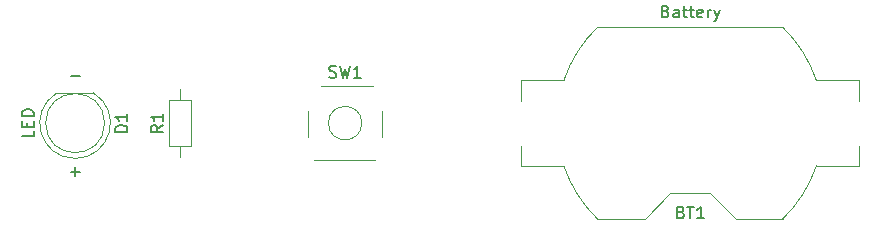
<source format=gto>
%TF.GenerationSoftware,KiCad,Pcbnew,(6.0.7)*%
%TF.CreationDate,2022-09-23T14:32:50+02:00*%
%TF.ProjectId,LED torch,4c454420-746f-4726-9368-2e6b69636164,0.1*%
%TF.SameCoordinates,Original*%
%TF.FileFunction,Legend,Top*%
%TF.FilePolarity,Positive*%
%FSLAX46Y46*%
G04 Gerber Fmt 4.6, Leading zero omitted, Abs format (unit mm)*
G04 Created by KiCad (PCBNEW (6.0.7)) date 2022-09-23 14:32:50*
%MOMM*%
%LPD*%
G01*
G04 APERTURE LIST*
%ADD10C,0.150000*%
%ADD11C,0.120000*%
G04 APERTURE END LIST*
D10*
X115189047Y-101925428D02*
X115950952Y-101925428D01*
X115570000Y-102306380D02*
X115570000Y-101544476D01*
X115189047Y-93797428D02*
X115950952Y-93797428D01*
%TO.C,R1*%
X122992380Y-97956666D02*
X122516190Y-98290000D01*
X122992380Y-98528095D02*
X121992380Y-98528095D01*
X121992380Y-98147142D01*
X122040000Y-98051904D01*
X122087619Y-98004285D01*
X122182857Y-97956666D01*
X122325714Y-97956666D01*
X122420952Y-98004285D01*
X122468571Y-98051904D01*
X122516190Y-98147142D01*
X122516190Y-98528095D01*
X122992380Y-97004285D02*
X122992380Y-97575714D01*
X122992380Y-97290000D02*
X121992380Y-97290000D01*
X122135238Y-97385238D01*
X122230476Y-97480476D01*
X122278095Y-97575714D01*
%TO.C,BT1*%
X166854285Y-105338571D02*
X166997142Y-105386190D01*
X167044761Y-105433809D01*
X167092380Y-105529047D01*
X167092380Y-105671904D01*
X167044761Y-105767142D01*
X166997142Y-105814761D01*
X166901904Y-105862380D01*
X166520952Y-105862380D01*
X166520952Y-104862380D01*
X166854285Y-104862380D01*
X166949523Y-104910000D01*
X166997142Y-104957619D01*
X167044761Y-105052857D01*
X167044761Y-105148095D01*
X166997142Y-105243333D01*
X166949523Y-105290952D01*
X166854285Y-105338571D01*
X166520952Y-105338571D01*
X167378095Y-104862380D02*
X167949523Y-104862380D01*
X167663809Y-105862380D02*
X167663809Y-104862380D01*
X168806666Y-105862380D02*
X168235238Y-105862380D01*
X168520952Y-105862380D02*
X168520952Y-104862380D01*
X168425714Y-105005238D01*
X168330476Y-105100476D01*
X168235238Y-105148095D01*
X165568571Y-88320571D02*
X165711428Y-88368190D01*
X165759047Y-88415809D01*
X165806666Y-88511047D01*
X165806666Y-88653904D01*
X165759047Y-88749142D01*
X165711428Y-88796761D01*
X165616190Y-88844380D01*
X165235238Y-88844380D01*
X165235238Y-87844380D01*
X165568571Y-87844380D01*
X165663809Y-87892000D01*
X165711428Y-87939619D01*
X165759047Y-88034857D01*
X165759047Y-88130095D01*
X165711428Y-88225333D01*
X165663809Y-88272952D01*
X165568571Y-88320571D01*
X165235238Y-88320571D01*
X166663809Y-88844380D02*
X166663809Y-88320571D01*
X166616190Y-88225333D01*
X166520952Y-88177714D01*
X166330476Y-88177714D01*
X166235238Y-88225333D01*
X166663809Y-88796761D02*
X166568571Y-88844380D01*
X166330476Y-88844380D01*
X166235238Y-88796761D01*
X166187619Y-88701523D01*
X166187619Y-88606285D01*
X166235238Y-88511047D01*
X166330476Y-88463428D01*
X166568571Y-88463428D01*
X166663809Y-88415809D01*
X166997142Y-88177714D02*
X167378095Y-88177714D01*
X167140000Y-87844380D02*
X167140000Y-88701523D01*
X167187619Y-88796761D01*
X167282857Y-88844380D01*
X167378095Y-88844380D01*
X167568571Y-88177714D02*
X167949523Y-88177714D01*
X167711428Y-87844380D02*
X167711428Y-88701523D01*
X167759047Y-88796761D01*
X167854285Y-88844380D01*
X167949523Y-88844380D01*
X168663809Y-88796761D02*
X168568571Y-88844380D01*
X168378095Y-88844380D01*
X168282857Y-88796761D01*
X168235238Y-88701523D01*
X168235238Y-88320571D01*
X168282857Y-88225333D01*
X168378095Y-88177714D01*
X168568571Y-88177714D01*
X168663809Y-88225333D01*
X168711428Y-88320571D01*
X168711428Y-88415809D01*
X168235238Y-88511047D01*
X169140000Y-88844380D02*
X169140000Y-88177714D01*
X169140000Y-88368190D02*
X169187619Y-88272952D01*
X169235238Y-88225333D01*
X169330476Y-88177714D01*
X169425714Y-88177714D01*
X169663809Y-88177714D02*
X169901904Y-88844380D01*
X170140000Y-88177714D02*
X169901904Y-88844380D01*
X169806666Y-89082476D01*
X169759047Y-89130095D01*
X169663809Y-89177714D01*
%TO.C,SW1*%
X137096666Y-93894761D02*
X137239523Y-93942380D01*
X137477619Y-93942380D01*
X137572857Y-93894761D01*
X137620476Y-93847142D01*
X137668095Y-93751904D01*
X137668095Y-93656666D01*
X137620476Y-93561428D01*
X137572857Y-93513809D01*
X137477619Y-93466190D01*
X137287142Y-93418571D01*
X137191904Y-93370952D01*
X137144285Y-93323333D01*
X137096666Y-93228095D01*
X137096666Y-93132857D01*
X137144285Y-93037619D01*
X137191904Y-92990000D01*
X137287142Y-92942380D01*
X137525238Y-92942380D01*
X137668095Y-92990000D01*
X138001428Y-92942380D02*
X138239523Y-93942380D01*
X138430000Y-93228095D01*
X138620476Y-93942380D01*
X138858571Y-92942380D01*
X139763333Y-93942380D02*
X139191904Y-93942380D01*
X139477619Y-93942380D02*
X139477619Y-92942380D01*
X139382380Y-93085238D01*
X139287142Y-93180476D01*
X139191904Y-93228095D01*
%TO.C,D1*%
X119982380Y-98528095D02*
X118982380Y-98528095D01*
X118982380Y-98290000D01*
X119030000Y-98147142D01*
X119125238Y-98051904D01*
X119220476Y-98004285D01*
X119410952Y-97956666D01*
X119553809Y-97956666D01*
X119744285Y-98004285D01*
X119839523Y-98051904D01*
X119934761Y-98147142D01*
X119982380Y-98290000D01*
X119982380Y-98528095D01*
X119982380Y-97004285D02*
X119982380Y-97575714D01*
X119982380Y-97290000D02*
X118982380Y-97290000D01*
X119125238Y-97385238D01*
X119220476Y-97480476D01*
X119268095Y-97575714D01*
X112062380Y-98432857D02*
X112062380Y-98909047D01*
X111062380Y-98909047D01*
X111538571Y-98099523D02*
X111538571Y-97766190D01*
X112062380Y-97623333D02*
X112062380Y-98099523D01*
X111062380Y-98099523D01*
X111062380Y-97623333D01*
X112062380Y-97194761D02*
X111062380Y-97194761D01*
X111062380Y-96956666D01*
X111110000Y-96813809D01*
X111205238Y-96718571D01*
X111300476Y-96670952D01*
X111490952Y-96623333D01*
X111633809Y-96623333D01*
X111824285Y-96670952D01*
X111919523Y-96718571D01*
X112014761Y-96813809D01*
X112062380Y-96956666D01*
X112062380Y-97194761D01*
D11*
%TO.C,R1*%
X124460000Y-94920000D02*
X124460000Y-95870000D01*
X123540000Y-99710000D02*
X125380000Y-99710000D01*
X123540000Y-95870000D02*
X123540000Y-99710000D01*
X124460000Y-100660000D02*
X124460000Y-99710000D01*
X125380000Y-99710000D02*
X125380000Y-95870000D01*
X125380000Y-95870000D02*
X123540000Y-95870000D01*
%TO.C,BT1*%
X169300000Y-103700000D02*
X171500000Y-105900000D01*
X159792700Y-89680000D02*
X175487300Y-89680000D01*
X169300000Y-103700000D02*
X165980000Y-103700000D01*
X153330000Y-94180000D02*
X156948000Y-94180000D01*
X178332000Y-94180000D02*
X181950000Y-94180000D01*
X153330000Y-95890000D02*
X153330000Y-94180000D01*
X163780000Y-105900000D02*
X159792700Y-105900000D01*
X181950000Y-101400000D02*
X178332000Y-101400000D01*
X181950000Y-99690000D02*
X181950000Y-101400000D01*
X153330000Y-99690000D02*
X153330000Y-101400000D01*
X175487300Y-105900000D02*
X171500000Y-105900000D01*
X156948000Y-101400000D02*
X153330000Y-101400000D01*
X165980000Y-103700000D02*
X163780000Y-105900000D01*
X181950000Y-95890000D02*
X181950000Y-94180000D01*
X178332001Y-94180000D02*
G75*
G03*
X175485371Y-89678211I-10692001J-3610000D01*
G01*
X159794628Y-89678210D02*
G75*
G03*
X156948000Y-94180000I7845392J-8111800D01*
G01*
X175485371Y-105901789D02*
G75*
G03*
X178332000Y-101400000I-7845391J8111801D01*
G01*
X156948000Y-101400000D02*
G75*
G03*
X159794629Y-105901789I10691995J3609996D01*
G01*
%TO.C,SW1*%
X135780000Y-100910000D02*
X140980000Y-100910000D01*
X141550000Y-96740000D02*
X141550000Y-98940000D01*
X135310000Y-98940000D02*
X135310000Y-96740000D01*
X136380000Y-94670000D02*
X140780000Y-94670000D01*
X139844214Y-97790000D02*
G75*
G03*
X139844214Y-97790000I-1414214J0D01*
G01*
%TO.C,D1*%
X117115000Y-95230000D02*
X114025000Y-95230000D01*
X114025170Y-95230000D02*
G75*
G03*
X115570462Y-100780000I1544830J-2560000D01*
G01*
X115569538Y-100780000D02*
G75*
G03*
X117114830Y-95230000I462J2990000D01*
G01*
X118070000Y-97790000D02*
G75*
G03*
X118070000Y-97790000I-2500000J0D01*
G01*
%TD*%
M02*

</source>
